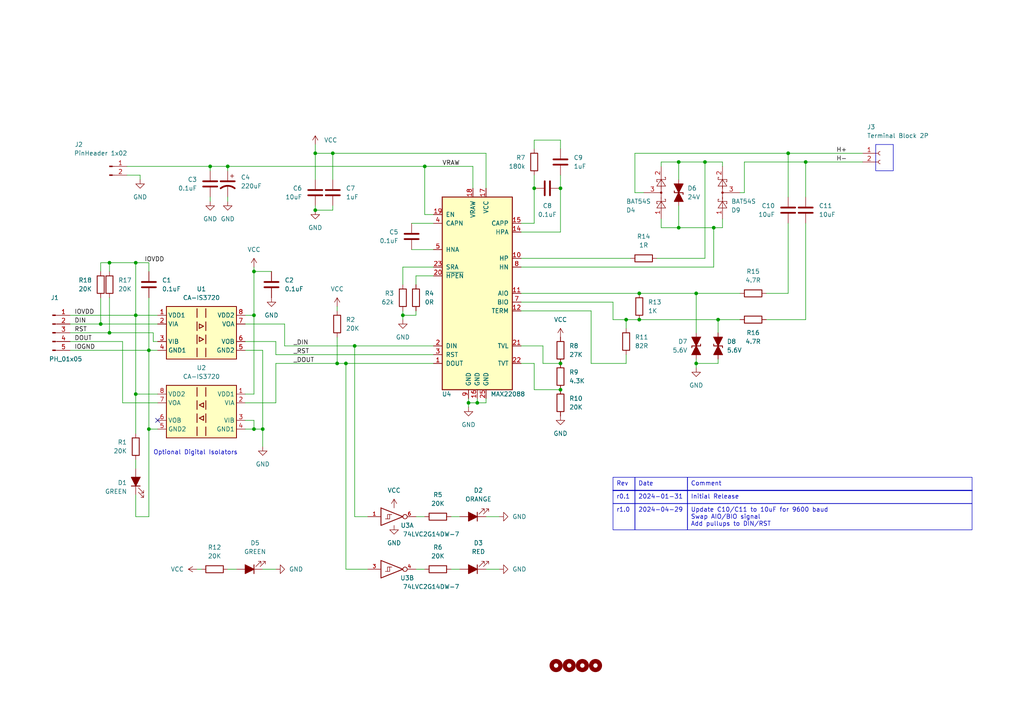
<source format=kicad_sch>
(kicad_sch (version 20231120) (generator "eeschema") (generator_version "8.0")
  (paper "A4")
  (title_block (title "HomeBus Breakout Board") (date "2024-04-29") (rev "r1.0") (company "Greg Davill <greg.davill@gmail.com>") (comment 1 "Based on MAX22088"))
  (lib_symbols
    (symbol "74xGxx:74LVC2G14" (pin_names (offset 1.016))
      (property "Reference" "U" (at -2.54 3.81 0))
      (property "Value" "74LVC2G14" (at 0 -3.81 0))
      (symbol "74LVC2G14_0_1"
        (polyline (pts (xy -1.905 -0.635) (xy -1.27 -0.635) (xy -1.27 0.635)))
        (polyline (pts (xy -3.81 2.54) (xy -3.81 -2.54) (xy 2.54 0) (xy -3.81 2.54)) (stroke (width 0.254)))
        (polyline (pts (xy -2.54 -0.635) (xy -1.905 -0.635) (xy -1.905 0.635) (xy -0.635 0.635)))
        (pin power_in line (at 0 -2.54 270) (length 0) hide (name "GND") (number "2"))
        (pin power_in line (at 0 2.54 90) (length 0) hide (name "VCC") (number "5"))
      )
      (symbol "74LVC2G14_1_1"
        (pin input line (at -7.62 0 0) (length 3.81) (name "~") (number "1"))
        (pin output inverted (at 6.35 0 180) (length 3.81) (name "~") (number "6"))
      )
      (symbol "74LVC2G14_2_1"
        (pin input line (at -7.62 0 0) (length 3.81) (name "~") (number "3"))
        (pin output inverted (at 6.35 0 180) (length 3.81) (name "~") (number "4"))
      )
    )
    (symbol "Connector:Conn_01x02_Female" (pin_names (offset 1.016) hide)
      (property "Reference" "J" (at 0 2.54 0))
      (property "Value" "Conn_01x02_Female" (at 0 -5.08 0))
      (symbol "Conn_01x02_Female_1_1"
        (arc (start 0 -2.032) (mid -0.5058 -2.54) (end 0 -3.048) (stroke (width 0.1524)))
        (polyline (pts (xy -1.27 -2.54) (xy -0.508 -2.54)) (stroke (width 0.1524)))
        (polyline (pts (xy -1.27 0) (xy -0.508 0)) (stroke (width 0.1524)))
        (arc (start 0 0.508) (mid -0.5058 0) (end 0 -0.508) (stroke (width 0.1524)))
        (pin passive line (at -5.08 0 0) (length 3.81) (name "Pin_1") (number "1"))
        (pin passive line (at -5.08 -2.54 0) (length 3.81) (name "Pin_2") (number "2"))
      )
    )
    (symbol "Connector:Conn_01x02_Male" (pin_names (offset 1.016) hide)
      (property "Reference" "J" (at 0 2.54 0))
      (property "Value" "Conn_01x02_Male" (at 0 -5.08 0))
      (symbol "Conn_01x02_Male_1_1"
        (polyline (pts (xy 1.27 -2.54) (xy 0.8636 -2.54)) (stroke (width 0.1524)))
        (polyline (pts (xy 1.27 0) (xy 0.8636 0)) (stroke (width 0.1524)))
        (rectangle (start 0.8636 -2.413) (end 0 -2.667) (stroke (width 0.1524)) (fill (type outline)))
        (rectangle (start 0.8636 0.127) (end 0 -0.127) (stroke (width 0.1524)) (fill (type outline)))
        (pin passive line (at 5.08 0 180) (length 3.81) (name "Pin_1") (number "1"))
        (pin passive line (at 5.08 -2.54 180) (length 3.81) (name "Pin_2") (number "2"))
      )
    )
    (symbol "Connector:Conn_01x05_Male" (pin_names (offset 1.016) hide)
      (property "Reference" "J" (at 0 7.62 0))
      (property "Value" "Conn_01x05_Male" (at 0 -7.62 0))
      (symbol "Conn_01x05_Male_1_1"
        (polyline (pts (xy 1.27 -5.08) (xy 0.8636 -5.08)) (stroke (width 0.1524)))
        (polyline (pts (xy 1.27 -2.54) (xy 0.8636 -2.54)) (stroke (width 0.1524)))
        (polyline (pts (xy 1.27 0) (xy 0.8636 0)) (stroke (width 0.1524)))
        (polyline (pts (xy 1.27 2.54) (xy 0.8636 2.54)) (stroke (width 0.1524)))
        (polyline (pts (xy 1.27 5.08) (xy 0.8636 5.08)) (stroke (width 0.1524)))
        (rectangle (start 0.8636 -4.953) (end 0 -5.207) (stroke (width 0.1524)) (fill (type outline)))
        (rectangle (start 0.8636 -2.413) (end 0 -2.667) (stroke (width 0.1524)) (fill (type outline)))
        (rectangle (start 0.8636 0.127) (end 0 -0.127) (stroke (width 0.1524)) (fill (type outline)))
        (rectangle (start 0.8636 2.667) (end 0 2.413) (stroke (width 0.1524)) (fill (type outline)))
        (rectangle (start 0.8636 5.207) (end 0 4.953) (stroke (width 0.1524)) (fill (type outline)))
        (pin passive line (at 5.08 5.08 180) (length 3.81) (name "Pin_1") (number "1"))
        (pin passive line (at 5.08 2.54 180) (length 3.81) (name "Pin_2") (number "2"))
        (pin passive line (at 5.08 0 180) (length 3.81) (name "Pin_3") (number "3"))
        (pin passive line (at 5.08 -2.54 180) (length 3.81) (name "Pin_4") (number "4"))
        (pin passive line (at 5.08 -5.08 180) (length 3.81) (name "Pin_5") (number "5"))
      )
    )
    (symbol "Device:C" (pin_numbers hide) (pin_names (offset 0.254))
      (property "Reference" "C" (at 0.635 2.54 0))
      (property "Value" "C" (at 0.635 -2.54 0))
      (symbol "C_0_1"
        (polyline (pts (xy -2.032 -0.762) (xy 2.032 -0.762)) (stroke (width 0.508)))
        (polyline (pts (xy -2.032 0.762) (xy 2.032 0.762)) (stroke (width 0.508)))
      )
      (symbol "C_1_1"
        (pin passive line (at 0 3.81 270) (length 2.794) (name "~") (number "1"))
        (pin passive line (at 0 -3.81 90) (length 2.794) (name "~") (number "2"))
      )
    )
    (symbol "Device:C_Polarized_US" (pin_numbers hide) (pin_names (offset 0.254) hide)
      (property "Reference" "C" (at 0.635 2.54 0))
      (property "Value" "C_Polarized_US" (at 0.635 -2.54 0))
      (symbol "C_Polarized_US_0_1"
        (polyline (pts (xy -2.032 0.762) (xy 2.032 0.762)) (stroke (width 0.508)))
        (polyline (pts (xy -1.778 2.286) (xy -0.762 2.286)))
        (polyline (pts (xy -1.27 1.778) (xy -1.27 2.794)))
        (arc (start 2.032 -1.27) (mid 0 -0.5572) (end -2.032 -1.27) (stroke (width 0.508)))
      )
      (symbol "C_Polarized_US_1_1"
        (pin passive line (at 0 3.81 270) (length 2.794) (name "~") (number "1"))
        (pin passive line (at 0 -3.81 90) (length 3.302) (name "~") (number "2"))
      )
    )
    (symbol "Device:D_TVS_Filled" (pin_numbers hide) (pin_names (offset 1.016) hide)
      (property "Reference" "D" (at 0 2.54 0))
      (property "Value" "D_TVS_Filled" (at 0 -2.54 0))
      (symbol "D_TVS_Filled_0_1"
        (polyline (pts (xy 1.27 0) (xy -1.27 0)))
        (polyline (pts (xy -2.54 -1.27) (xy 0 0) (xy -2.54 1.27) (xy -2.54 -1.27)) (stroke (width 0.254)) (fill (type outline)))
        (polyline (pts (xy 0.508 1.27) (xy 0 1.27) (xy 0 -1.27) (xy -0.508 -1.27)) (stroke (width 0.254)))
        (polyline (pts (xy 2.54 1.27) (xy 2.54 -1.27) (xy 0 0) (xy 2.54 1.27)) (stroke (width 0.254)) (fill (type outline)))
      )
      (symbol "D_TVS_Filled_1_1"
        (pin passive line (at -3.81 0 0) (length 2.54) (name "A1") (number "1"))
        (pin passive line (at 3.81 0 180) (length 2.54) (name "A2") (number "2"))
      )
    )
    (symbol "Device:LED_Filled" (pin_numbers hide) (pin_names (offset 1.016) hide)
      (property "Reference" "D" (at 0 2.54 0))
      (property "Value" "LED_Filled" (at 0 -2.54 0))
      (symbol "LED_Filled_0_1"
        (polyline (pts (xy -1.27 -1.27) (xy -1.27 1.27)) (stroke (width 0.254)))
        (polyline (pts (xy -1.27 0) (xy 1.27 0)))
        (polyline (pts (xy 1.27 -1.27) (xy 1.27 1.27) (xy -1.27 0) (xy 1.27 -1.27)) (stroke (width 0.254)) (fill (type outline)))
        (polyline (pts (xy -3.048 -0.762) (xy -4.572 -2.286) (xy -3.81 -2.286) (xy -4.572 -2.286) (xy -4.572 -1.524)))
        (polyline (pts (xy -1.778 -0.762) (xy -3.302 -2.286) (xy -2.54 -2.286) (xy -3.302 -2.286) (xy -3.302 -1.524)))
      )
      (symbol "LED_Filled_1_1"
        (pin passive line (at -3.81 0 0) (length 2.54) (name "K") (number "1"))
        (pin passive line (at 3.81 0 180) (length 2.54) (name "A") (number "2"))
      )
    )
    (symbol "Device:R" (pin_numbers hide) (pin_names (offset 0))
      (property "Reference" "R" (at 2.032 0 90))
      (property "Value" "R" (at 0 0 90))
      (symbol "R_0_1"
        (rectangle (start -1.016 -2.54) (end 1.016 2.54) (stroke (width 0.254)))
      )
      (symbol "R_1_1"
        (pin passive line (at 0 3.81 270) (length 1.27) (name "~") (number "1"))
        (pin passive line (at 0 -3.81 90) (length 1.27) (name "~") (number "2"))
      )
    )
    (symbol "Diode:BAT54S" (pin_names (offset 1.016))
      (property "Reference" "D" (at 0.635 -3.81 0))
      (property "Value" "BAT54S" (at -6.35 3.175 0))
      (symbol "BAT54S_0_1"
        (polyline (pts (xy -3.81 0) (xy -1.27 0)))
        (polyline (pts (xy -3.175 -1.27) (xy -3.175 -1.016)))
        (polyline (pts (xy -2.54 -1.27) (xy -3.175 -1.27)))
        (polyline (pts (xy -2.54 -1.27) (xy -2.54 1.27)))
        (polyline (pts (xy -2.54 1.27) (xy -1.905 1.27)))
        (polyline (pts (xy -1.905 0) (xy 1.905 0)))
        (polyline (pts (xy -1.905 1.27) (xy -1.905 1.016)))
        (polyline (pts (xy 1.27 0) (xy 3.81 0)))
        (polyline (pts (xy 3.175 -1.27) (xy 3.175 -1.016)))
        (polyline (pts (xy 3.81 -1.27) (xy 3.175 -1.27)))
        (polyline (pts (xy 3.81 -1.27) (xy 3.81 1.27)))
        (polyline (pts (xy 3.81 1.27) (xy 4.445 1.27)))
        (polyline (pts (xy 4.445 1.27) (xy 4.445 1.016)))
        (polyline (pts (xy -4.445 1.27) (xy -4.445 -1.27) (xy -2.54 0) (xy -4.445 1.27)))
        (polyline (pts (xy 1.905 1.27) (xy 1.905 -1.27) (xy 3.81 0) (xy 1.905 1.27)))
        (circle (center 0 0) (radius 0.254) (fill (type outline)))
      )
      (symbol "BAT54S_1_1"
        (pin passive line (at -7.62 0 0) (length 3.81) (name "~") (number "1"))
        (pin passive line (at 7.62 0 180) (length 3.81) (name "~") (number "2"))
        (pin passive line (at 0 -5.08 90) (length 5.08) (name "~") (number "3"))
      )
    )
    (symbol "Isolator:ADuM1200WU"
      (property "Reference" "U3" (at 0 12.7 0))
      (property "Value" "CA-IS3720" (at 0 10.16 0))
      (symbol "ADuM1200WU_0_1"
        (rectangle (start -10.16 7.62) (end 10.16 -7.62) (stroke (width 0.254)) (fill (type background)))
        (polyline (pts (xy -1.27 -4.445) (xy -1.27 -6.985)) (stroke (width 0.254)))
        (polyline (pts (xy -1.27 -0.635) (xy -1.27 -3.175)) (stroke (width 0.254)))
        (polyline (pts (xy -1.27 3.175) (xy -1.27 0.635)) (stroke (width 0.254)))
        (polyline (pts (xy -1.27 6.985) (xy -1.27 4.445)) (stroke (width 0.254)))
        (polyline (pts (xy 1.27 -4.445) (xy 1.27 -6.985)) (stroke (width 0.254)))
        (polyline (pts (xy 1.27 -0.635) (xy 1.27 -3.175)) (stroke (width 0.254)))
        (polyline (pts (xy 1.27 3.175) (xy 1.27 0.635)) (stroke (width 0.254)))
        (polyline (pts (xy 1.27 6.985) (xy 1.27 4.445)) (stroke (width 0.254)))
        (polyline (pts (xy -0.635 -1.27) (xy -0.635 -2.54) (xy 0.635 -1.905) (xy -0.635 -1.27)) (stroke (width 0.254)))
        (polyline (pts (xy -0.635 1.27) (xy 0.635 1.905) (xy -0.635 2.54) (xy -0.635 1.27)) (stroke (width 0.254)))
      )
      (symbol "ADuM1200WU_1_1"
        (pin power_in line (at -12.7 5.08 0) (length 2.54) (name "VDD1") (number "1"))
        (pin input line (at -12.7 2.54 0) (length 2.54) (name "VIA") (number "2"))
        (pin input line (at -12.7 -2.54 0) (length 2.54) (name "VIB") (number "3"))
        (pin power_in line (at -12.7 -5.08 0) (length 2.54) (name "GND1") (number "4"))
        (pin power_in line (at 12.7 -5.08 180) (length 2.54) (name "GND2") (number "5"))
        (pin output line (at 12.7 -2.54 180) (length 2.54) (name "VOB") (number "6"))
        (pin output line (at 12.7 2.54 180) (length 2.54) (name "VOA") (number "7"))
        (pin power_in line (at 12.7 5.08 180) (length 2.54) (name "VDD2") (number "8"))
      )
    )
    (symbol "Mechanical:MountingHole" (pin_names (offset 1.016))
      (property "Reference" "H" (at 0 5.08 0))
      (property "Value" "MountingHole" (at 0 3.175 0))
      (symbol "MountingHole_0_1"
        (circle (center 0 0) (radius 1.27) (stroke (width 1.27)))
      )
    )
    (symbol "daikin-esp:MAX22088" (pin_names (offset 1.016))
      (property "Reference" "U4" (at -8.89 -30.48 0))
      (property "Value" "MAX22088" (at 8.89 -30.48 0))
      (symbol "MAX22088_1_1"
        (rectangle (start -10.16 26.67) (end 10.16 -29.21) (stroke (width 0.3)) (fill (type background)))
        (pin output line (at -12.7 -21.59 0) (length 2.54) (name "DOUT") (number "1"))
        (pin power_in line (at 12.7 8.89 180) (length 2.54) (name "HP") (number "10"))
        (pin bidirectional line (at 12.7 -1.27 180) (length 2.54) (name "AIO") (number "11"))
        (pin passive line (at 12.7 -6.35 180) (length 2.54) (name "TERM") (number "12"))
        (pin no_connect line (at -10.16 -8.89 180) (length 0) hide (name "~") (number "13"))
        (pin passive line (at 12.7 16.51 180) (length 2.54) (name "HPA") (number "14"))
        (pin passive line (at 12.7 19.05 180) (length 2.54) (name "CAPP") (number "15"))
        (pin power_out line (at 0 -31.75 90) (length 2.54) (name "GND") (number "16"))
        (pin power_out line (at 2.54 29.21 270) (length 2.54) (name "VCC") (number "17"))
        (pin power_out line (at -1.27 29.21 270) (length 2.54) (name "VRAW") (number "18"))
        (pin input line (at -12.7 21.59 0) (length 2.54) (name "EN") (number "19"))
        (pin input line (at -12.7 -16.51 0) (length 2.54) (name "DIN") (number "2"))
        (pin input line (at -12.7 3.81 0) (length 2.54) (name "~{HPEN}") (number "20"))
        (pin input line (at 12.7 -16.51 180) (length 2.54) (name "TVL") (number "21"))
        (pin input line (at 12.7 -21.59 180) (length 2.54) (name "TVT") (number "22"))
        (pin input line (at -12.7 6.35 0) (length 2.54) (name "SRA") (number "23"))
        (pin no_connect line (at -10.16 -6.35 180) (length 0) hide (name "") (number "24"))
        (pin power_out line (at 2.54 -31.75 90) (length 2.54) (name "GND") (number "25"))
        (pin input line (at -12.7 -19.05 0) (length 2.54) (name "RST") (number "3"))
        (pin passive line (at -12.7 19.05 0) (length 2.54) (name "CAPN") (number "4"))
        (pin passive line (at -12.7 11.43 0) (length 2.54) (name "HNA") (number "5"))
        (pin no_connect line (at -10.16 -11.43 180) (length 0) hide (name "~") (number "6"))
        (pin bidirectional line (at 12.7 -3.81 180) (length 2.54) (name "BIO") (number "7"))
        (pin power_in line (at 12.7 6.35 180) (length 2.54) (name "HN") (number "8"))
        (pin power_out line (at -2.54 -31.75 90) (length 2.54) (name "GND") (number "9"))
      )
    )
    (symbol "power:GND" (power) (pin_names (offset 0))
      (property "Value" "GND" (at 0 -3.81 0))
      (symbol "GND_0_1"
        (polyline (pts (xy 0 0) (xy 0 -1.27) (xy 1.27 -1.27) (xy 0 -2.54) (xy -1.27 -1.27) (xy 0 -1.27)))
      )
      (symbol "GND_1_1"
        (pin power_in line (at 0 0 270) (length 0) hide (name "GND") (number "1"))
      )
    )
    (symbol "power:VCC" (power) (pin_names (offset 0))
      (property "Value" "VCC" (at 0 3.81 0))
      (symbol "VCC_0_1"
        (polyline (pts (xy -0.762 1.27) (xy 0 2.54)))
        (polyline (pts (xy 0 0) (xy 0 2.54)))
        (polyline (pts (xy 0 2.54) (xy 0.762 1.27)))
      )
      (symbol "VCC_1_1"
        (pin power_in line (at 0 0 90) (length 0) hide (name "VCC") (number "1"))
      )
    )
  )
  (junction (at 76.2 124.46))
  (junction (at 73.66 91.44))
  (junction (at 135.89 116.84))
  (junction (at 185.42 92.71))
  (junction (at 201.93 105.41))
  (junction (at 91.44 44.45))
  (junction (at 123.19 48.26))
  (junction (at 201.93 85.09))
  (junction (at 196.85 46.99))
  (junction (at 138.43 116.84))
  (junction (at 233.68 46.99))
  (junction (at 39.37 76.2))
  (junction (at 29.21 93.98))
  (junction (at 91.44 60.96))
  (junction (at 204.47 46.99))
  (junction (at 73.66 124.46))
  (junction (at 31.75 96.52))
  (junction (at 97.79 105.41))
  (junction (at 102.87 100.33))
  (junction (at 208.28 92.71))
  (junction (at 60.96 48.26))
  (junction (at 116.84 91.44))
  (junction (at 39.37 91.44))
  (junction (at 96.52 44.45))
  (junction (at 31.75 76.2))
  (junction (at 162.56 54.61))
  (junction (at 162.56 113.03))
  (junction (at 73.66 78.74))
  (junction (at 43.18 124.46))
  (junction (at 39.37 114.3))
  (junction (at 181.61 92.71))
  (junction (at 207.01 66.04))
  (junction (at 100.33 105.41))
  (junction (at 66.04 48.26))
  (junction (at 185.42 85.09))
  (junction (at 196.85 66.04))
  (junction (at 162.56 105.41))
  (junction (at 154.94 54.61))
  (junction (at 228.6 44.45))
  (junction (at 43.18 101.6))
  (no_connect (at 45.72 121.92))
  (wire (pts (xy 233.68 64.77) (xy 233.68 92.71)))
  (polyline (pts (xy 254 41.91) (xy 259.08 41.91)))
  (wire (pts (xy 97.79 97.79) (xy 97.79 105.41)))
  (wire (pts (xy 106.68 149.86) (xy 102.87 149.86)))
  (wire (pts (xy 201.93 105.41) (xy 201.93 106.68)))
  (wire (pts (xy 40.64 50.8) (xy 40.64 52.07)))
  (wire (pts (xy 82.55 100.33) (xy 82.55 93.98)))
  (wire (pts (xy 73.66 124.46) (xy 76.2 124.46)))
  (wire (pts (xy 228.6 85.09) (xy 228.6 64.77)))
  (wire (pts (xy 196.85 66.04) (xy 207.01 66.04)))
  (wire (pts (xy 31.75 76.2) (xy 39.37 76.2)))
  (wire (pts (xy 120.65 165.1) (xy 123.19 165.1)))
  (wire (pts (xy 151.13 100.33) (xy 157.48 100.33)))
  (wire (pts (xy 20.32 96.52) (xy 31.75 96.52)))
  (wire (pts (xy 116.84 77.47) (xy 116.84 82.55)))
  (wire (pts (xy 91.44 41.91) (xy 91.44 44.45)))
  (wire (pts (xy 39.37 133.35) (xy 39.37 135.89)))
  (wire (pts (xy 191.77 63.5) (xy 191.77 66.04)))
  (wire (pts (xy 39.37 91.44) (xy 45.72 91.44)))
  (wire (pts (xy 154.94 105.41) (xy 154.94 113.03)))
  (wire (pts (xy 43.18 149.86) (xy 39.37 149.86)))
  (wire (pts (xy 44.45 99.06) (xy 45.72 99.06)))
  (wire (pts (xy 215.9 55.88) (xy 215.9 46.99)))
  (wire (pts (xy 36.83 50.8) (xy 40.64 50.8)))
  (wire (pts (xy 76.2 124.46) (xy 76.2 129.54)))
  (wire (pts (xy 43.18 76.2) (xy 43.18 78.74)))
  (wire (pts (xy 162.56 43.18) (xy 162.56 40.64)))
  (wire (pts (xy 196.85 59.69) (xy 196.85 66.04)))
  (wire (pts (xy 116.84 91.44) (xy 120.65 91.44)))
  (wire (pts (xy 96.52 60.96) (xy 91.44 60.96)))
  (wire (pts (xy 204.47 46.99) (xy 209.55 46.99)))
  (wire (pts (xy 186.69 55.88) (xy 184.15 55.88)))
  (wire (pts (xy 100.33 105.41) (xy 100.33 165.1)))
  (wire (pts (xy 130.81 149.86) (xy 133.35 149.86)))
  (wire (pts (xy 80.01 105.41) (xy 97.79 105.41)))
  (wire (pts (xy 45.72 116.84) (xy 35.56 116.84)))
  (wire (pts (xy 151.13 67.31) (xy 162.56 67.31)))
  (wire (pts (xy 43.18 124.46) (xy 43.18 149.86)))
  (wire (pts (xy 151.13 77.47) (xy 207.01 77.47)))
  (wire (pts (xy 96.52 44.45) (xy 140.97 44.45)))
  (wire (pts (xy 196.85 46.99) (xy 196.85 52.07)))
  (wire (pts (xy 201.93 85.09) (xy 201.93 96.52)))
  (wire (pts (xy 91.44 59.69) (xy 91.44 60.96)))
  (wire (pts (xy 39.37 91.44) (xy 39.37 76.2)))
  (wire (pts (xy 154.94 64.77) (xy 151.13 64.77)))
  (wire (pts (xy 181.61 92.71) (xy 185.42 92.71)))
  (wire (pts (xy 73.66 114.3) (xy 73.66 91.44)))
  (wire (pts (xy 76.2 101.6) (xy 76.2 124.46)))
  (wire (pts (xy 43.18 124.46) (xy 45.72 124.46)))
  (wire (pts (xy 20.32 101.6) (xy 43.18 101.6)))
  (wire (pts (xy 73.66 91.44) (xy 73.66 78.74)))
  (wire (pts (xy 191.77 46.99) (xy 196.85 46.99)))
  (wire (pts (xy 162.56 54.61) (xy 162.56 67.31)))
  (polyline (pts (xy 259.08 49.53) (xy 259.08 41.91)))
  (wire (pts (xy 204.47 74.93) (xy 190.5 74.93)))
  (wire (pts (xy 120.65 80.01) (xy 120.65 82.55)))
  (wire (pts (xy 184.15 44.45) (xy 228.6 44.45)))
  (wire (pts (xy 60.96 57.15) (xy 60.96 58.42)))
  (wire (pts (xy 140.97 115.57) (xy 140.97 116.84)))
  (wire (pts (xy 137.16 54.61) (xy 137.16 48.26)))
  (wire (pts (xy 66.04 165.1) (xy 68.58 165.1)))
  (wire (pts (xy 140.97 44.45) (xy 140.97 54.61)))
  (wire (pts (xy 39.37 125.73) (xy 39.37 114.3)))
  (wire (pts (xy 73.66 78.74) (xy 73.66 77.47)))
  (wire (pts (xy 154.94 113.03) (xy 162.56 113.03)))
  (wire (pts (xy 100.33 105.41) (xy 125.73 105.41)))
  (wire (pts (xy 215.9 46.99) (xy 233.68 46.99)))
  (wire (pts (xy 43.18 101.6) (xy 43.18 124.46)))
  (wire (pts (xy 71.12 114.3) (xy 73.66 114.3)))
  (wire (pts (xy 80.01 102.87) (xy 125.73 102.87)))
  (wire (pts (xy 151.13 105.41) (xy 154.94 105.41)))
  (wire (pts (xy 208.28 92.71) (xy 208.28 96.52)))
  (wire (pts (xy 130.81 165.1) (xy 133.35 165.1)))
  (wire (pts (xy 228.6 44.45) (xy 250.19 44.45)))
  (wire (pts (xy 151.13 74.93) (xy 182.88 74.93)))
  (wire (pts (xy 140.97 149.86) (xy 144.78 149.86)))
  (wire (pts (xy 119.38 72.39) (xy 125.73 72.39)))
  (wire (pts (xy 204.47 46.99) (xy 204.47 74.93)))
  (wire (pts (xy 71.12 121.92) (xy 73.66 121.92)))
  (wire (pts (xy 138.43 115.57) (xy 138.43 116.84)))
  (wire (pts (xy 29.21 78.74) (xy 29.21 76.2)))
  (wire (pts (xy 233.68 46.99) (xy 233.68 57.15)))
  (wire (pts (xy 162.56 40.64) (xy 154.94 40.64)))
  (wire (pts (xy 138.43 116.84) (xy 135.89 116.84)))
  (wire (pts (xy 71.12 124.46) (xy 73.66 124.46)))
  (wire (pts (xy 71.12 101.6) (xy 76.2 101.6)))
  (wire (pts (xy 44.45 96.52) (xy 44.45 99.06)))
  (wire (pts (xy 120.65 91.44) (xy 120.65 90.17)))
  (wire (pts (xy 208.28 104.14) (xy 208.28 105.41)))
  (wire (pts (xy 20.32 93.98) (xy 29.21 93.98)))
  (wire (pts (xy 43.18 86.36) (xy 43.18 101.6)))
  (wire (pts (xy 80.01 116.84) (xy 71.12 116.84)))
  (wire (pts (xy 119.38 64.77) (xy 125.73 64.77)))
  (wire (pts (xy 106.68 165.1) (xy 100.33 165.1)))
  (wire (pts (xy 60.96 48.26) (xy 66.04 48.26)))
  (wire (pts (xy 31.75 76.2) (xy 31.75 78.74)))
  (wire (pts (xy 31.75 86.36) (xy 31.75 96.52)))
  (wire (pts (xy 71.12 91.44) (xy 73.66 91.44)))
  (wire (pts (xy 191.77 48.26) (xy 191.77 46.99)))
  (wire (pts (xy 29.21 76.2) (xy 31.75 76.2)))
  (wire (pts (xy 76.2 165.1) (xy 80.01 165.1)))
  (wire (pts (xy 39.37 91.44) (xy 39.37 114.3)))
  (wire (pts (xy 177.8 92.71) (xy 181.61 92.71)))
  (wire (pts (xy 185.42 92.71) (xy 208.28 92.71)))
  (wire (pts (xy 96.52 59.69) (xy 96.52 60.96)))
  (wire (pts (xy 66.04 49.53) (xy 66.04 48.26)))
  (wire (pts (xy 181.61 92.71) (xy 181.61 95.25)))
  (wire (pts (xy 228.6 44.45) (xy 228.6 57.15)))
  (wire (pts (xy 207.01 77.47) (xy 207.01 66.04)))
  (wire (pts (xy 135.89 115.57) (xy 135.89 116.84)))
  (wire (pts (xy 116.84 91.44) (xy 116.84 90.17)))
  (wire (pts (xy 185.42 85.09) (xy 201.93 85.09)))
  (wire (pts (xy 208.28 105.41) (xy 201.93 105.41)))
  (wire (pts (xy 207.01 66.04) (xy 209.55 66.04)))
  (wire (pts (xy 66.04 48.26) (xy 123.19 48.26)))
  (wire (pts (xy 20.32 91.44) (xy 39.37 91.44)))
  (wire (pts (xy 125.73 80.01) (xy 120.65 80.01)))
  (wire (pts (xy 123.19 62.23) (xy 123.19 48.26)))
  (wire (pts (xy 151.13 87.63) (xy 177.8 87.63)))
  (wire (pts (xy 154.94 40.64) (xy 154.94 43.18)))
  (wire (pts (xy 97.79 88.9) (xy 97.79 90.17)))
  (wire (pts (xy 97.79 105.41) (xy 100.33 105.41)))
  (wire (pts (xy 154.94 54.61) (xy 154.94 64.77)))
  (wire (pts (xy 116.84 92.71) (xy 116.84 91.44)))
  (wire (pts (xy 60.96 49.53) (xy 60.96 48.26)))
  (wire (pts (xy 140.97 116.84) (xy 138.43 116.84)))
  (wire (pts (xy 233.68 46.99) (xy 250.19 46.99)))
  (wire (pts (xy 73.66 78.74) (xy 78.74 78.74)))
  (wire (pts (xy 82.55 93.98) (xy 71.12 93.98)))
  (wire (pts (xy 177.8 87.63) (xy 177.8 92.71)))
  (wire (pts (xy 91.44 52.07) (xy 91.44 44.45)))
  (wire (pts (xy 157.48 105.41) (xy 162.56 105.41)))
  (wire (pts (xy 39.37 143.51) (xy 39.37 149.86)))
  (wire (pts (xy 154.94 54.61) (xy 154.94 50.8)))
  (wire (pts (xy 82.55 100.33) (xy 102.87 100.33)))
  (wire (pts (xy 39.37 76.2) (xy 43.18 76.2)))
  (wire (pts (xy 196.85 46.99) (xy 204.47 46.99)))
  (polyline (pts (xy 254 41.91) (xy 254 49.53)))
  (wire (pts (xy 36.83 48.26) (xy 60.96 48.26)))
  (wire (pts (xy 171.45 90.17) (xy 171.45 105.41)))
  (wire (pts (xy 102.87 100.33) (xy 125.73 100.33)))
  (wire (pts (xy 201.93 104.14) (xy 201.93 105.41)))
  (wire (pts (xy 80.01 102.87) (xy 80.01 99.06)))
  (wire (pts (xy 214.63 55.88) (xy 215.9 55.88)))
  (wire (pts (xy 125.73 62.23) (xy 123.19 62.23)))
  (wire (pts (xy 35.56 99.06) (xy 20.32 99.06)))
  (wire (pts (xy 208.28 92.71) (xy 214.63 92.71)))
  (wire (pts (xy 29.21 93.98) (xy 45.72 93.98)))
  (wire (pts (xy 96.52 52.07) (xy 96.52 44.45)))
  (wire (pts (xy 209.55 66.04) (xy 209.55 63.5)))
  (wire (pts (xy 29.21 86.36) (xy 29.21 93.98)))
  (wire (pts (xy 31.75 96.52) (xy 44.45 96.52)))
  (wire (pts (xy 140.97 165.1) (xy 144.78 165.1)))
  (wire (pts (xy 162.56 54.61) (xy 162.56 50.8)))
  (wire (pts (xy 102.87 100.33) (xy 102.87 149.86)))
  (polyline (pts (xy 177.8 142.24) (xy 281.94 142.24)) (stroke (width 0.3)))
  (wire (pts (xy 171.45 90.17) (xy 151.13 90.17)))
  (wire (pts (xy 171.45 105.41) (xy 181.61 105.41)))
  (wire (pts (xy 201.93 85.09) (xy 214.63 85.09)))
  (wire (pts (xy 222.25 92.71) (xy 233.68 92.71)))
  (wire (pts (xy 73.66 121.92) (xy 73.66 124.46)))
  (wire (pts (xy 151.13 85.09) (xy 185.42 85.09)))
  (wire (pts (xy 45.72 114.3) (xy 39.37 114.3)))
  (wire (pts (xy 209.55 46.99) (xy 209.55 48.26)))
  (polyline (pts (xy 254 49.53) (xy 259.08 49.53)))
  (wire (pts (xy 191.77 66.04) (xy 196.85 66.04)))
  (wire (pts (xy 66.04 57.15) (xy 66.04 58.42)))
  (wire (pts (xy 80.01 105.41) (xy 80.01 116.84)))
  (wire (pts (xy 157.48 100.33) (xy 157.48 105.41)))
  (wire (pts (xy 135.89 116.84) (xy 135.89 118.11)))
  (wire (pts (xy 222.25 85.09) (xy 228.6 85.09)))
  (wire (pts (xy 125.73 77.47) (xy 116.84 77.47)))
  (wire (pts (xy 96.52 44.45) (xy 91.44 44.45)))
  (wire (pts (xy 35.56 116.84) (xy 35.56 99.06)))
  (wire (pts (xy 123.19 48.26) (xy 137.16 48.26)))
  (wire (pts (xy 57.15 165.1) (xy 58.42 165.1)))
  (wire (pts (xy 184.15 55.88) (xy 184.15 44.45)))
  (wire (pts (xy 120.65 149.86) (xy 123.19 149.86)))
  (wire (pts (xy 80.01 99.06) (xy 71.12 99.06)))
  (wire (pts (xy 45.72 101.6) (xy 43.18 101.6)))
  (wire (pts (xy 181.61 105.41) (xy 181.61 102.87)))
  (text_box "r0.1" (at 177.8 142.24 0) (size 6.35 3.81) (effects (font (size 1.27 1.27)) (justify left top)))
  (text_box "2024-04-29" (at 184.15 146.05 0) (size 15.24 7.62) (effects (font (size 1.27 1.27)) (justify left top)))
  (text_box "Initial Release" (at 199.39 142.24 0) (size 82.55 3.81) (effects (font (size 1.27 1.27)) (justify left top)))
  (text_box "Update C10/C11 to 10uF for 9600 baud\nSwap AIO/BIO signal\nAdd pullups to DIN/RST" (at 199.39 146.05 0) (size 82.55 7.62) (effects (font (size 1.27 1.27)) (justify left top)))
  (text_box "Comment" (at 199.39 138.43 0) (size 82.55 3.81) (effects (font (size 1.27 1.27)) (justify left top)))
  (text_box "Rev" (at 177.8 138.43 0) (size 6.35 3.81) (effects (font (size 1.27 1.27)) (justify left top)))
  (text_box "2024-01-31" (at 184.15 142.24 0) (size 15.24 3.81) (effects (font (size 1.27 1.27)) (justify left top)))
  (text_box "Date" (at 184.15 138.43 0) (size 15.24 3.81) (effects (font (size 1.27 1.27)) (justify left top)))
  (text_box "r1.0" (at 177.8 146.05 0) (size 6.35 7.62) (effects (font (size 1.27 1.27)) (justify left top)))
  (text "Optional Digital Isolators" (at 44.45 132.08 0) (effects (font (size 1.27 1.27)) (justify left bottom)))
  (label "IOVDD" (at 41.91 76.2 0))
  (label "_DIN" (at 85.09 100.33 0))
  (label "DOUT" (at 21.59 99.06 0))
  (label "IOVDD" (at 21.59 91.44 0))
  (label "DIN" (at 21.59 93.98 0))
  (label "RST" (at 21.59 96.52 0))
  (label "IOGND" (at 21.59 101.6 0))
  (label "H+" (at 242.57 44.45 0))
  (label "H-" (at 242.57 46.99 0))
  (label "VRAW" (at 128.27 48.26 0))
  (label "_RST" (at 85.09 102.87 0))
  (label "_DOUT" (at 85.09 105.41 0))
  (symbol (lib_id "Device:C") (at 158.75 54.61 270) (mirror x) (unit 1)
    (property "Reference" "C8" (at 158.75 59.69 90))
    (property "Value" "0.1uF" (at 158.75 62.23 90))
    (property "Footprint" "Capacitor_SMD:C_0402_1005Metric" (effects (hide yes)))
    (property "LCSC" "C1525" (effects (hide yes)))
  )
  (symbol (lib_id "power:GND") (at 144.78 149.86 90) (unit 1)
    (property "Reference" "#PWR015" (effects (hide yes)))
    (property "Value" "GND" (at 148.59 149.86 90) (effects (justify right)))
  )
  (symbol (lib_id "Device:R") (at 162.56 109.22 180) (unit 1)
    (property "Reference" "R9" (at 165.1 107.95 0) (effects (justify right)))
    (property "Value" "4.3K" (at 165.1 110.49 0) (effects (justify right)))
    (property "Footprint" "Resistor_SMD:R_0402_1005Metric" (effects (hide yes)))
    (property "LCSC" "C25899" (effects (hide yes)))
  )
  (symbol (lib_id "Device:C") (at 96.52 55.88 0) (unit 1)
    (property "Reference" "C7" (at 100.33 54.61 0) (effects (justify left)))
    (property "Value" "1uF" (at 100.33 57.15 0) (effects (justify left)))
    (property "Footprint" "Capacitor_SMD:C_0402_1005Metric" (effects (hide yes)))
    (property "LCSC" "C52923" (effects (hide yes)))
  )
  (symbol (lib_id "power:GND") (at 116.84 92.71 0) (unit 1)
    (property "Reference" "#PWR07" (effects (hide yes)))
    (property "Value" "GND" (at 116.84 97.79 0))
  )
  (symbol (lib_id "Device:LED_Filled") (at 72.39 165.1 180) (unit 1)
    (property "Reference" "D5" (at 73.9775 157.48 0))
    (property "Value" "GREEN" (at 73.9775 160.02 0))
    (property "Footprint" "LED_SMD:LED_0402_1005Metric" (effects (hide yes)))
    (property "LCSC" "C165980" (effects (hide yes)))
  )
  (symbol (lib_id "Device:R") (at 127 149.86 270) (unit 1)
    (property "Reference" "R5" (at 127 143.51 90))
    (property "Value" "20K" (at 127 146.05 90))
    (property "Footprint" "Resistor_SMD:R_0402_1005Metric" (effects (hide yes)))
    (property "LCSC" "C25765" (effects (hide yes)))
  )
  (symbol (lib_id "Device:C") (at 119.38 68.58 0) (mirror y) (unit 1)
    (property "Reference" "C5" (at 115.57 67.31 0) (effects (justify left)))
    (property "Value" "0.1uF" (at 115.57 69.85 0) (effects (justify left)))
    (property "Footprint" "Capacitor_SMD:C_0402_1005Metric" (effects (hide yes)))
    (property "LCSC" "C1525" (effects (hide yes)))
  )
  (symbol (lib_id "Device:R") (at 39.37 129.54 180) (unit 1)
    (property "Reference" "R1" (at 36.83 128.27 0) (effects (justify left)))
    (property "Value" "20K" (at 36.83 130.81 0) (effects (justify left)))
    (property "Footprint" "Resistor_SMD:R_0402_1005Metric" (effects (hide yes)))
    (property "LCSC" "C25765" (effects (hide yes)))
  )
  (symbol (lib_id "power:VCC") (at 91.44 41.91 0) (mirror y) (unit 1)
    (property "Reference" "#PWR012" (effects (hide yes)))
    (property "Value" "VCC" (at 93.98 40.6399 0) (effects (justify right)))
  )
  (symbol (lib_id "Device:D_TVS_Filled") (at 208.28 100.33 270) (unit 1)
    (property "Reference" "D8" (at 210.82 99.06 90) (effects (justify left)))
    (property "Value" "5.6V" (at 210.82 101.6 90) (effects (justify left)))
    (property "Footprint" "Diode_SMD:D_SOD-923" (effects (hide yes)))
    (property "LCSC" "C151980" (effects (hide yes)))
  )
  (symbol (lib_id "power:VCC") (at 73.66 77.47 0) (unit 1)
    (property "Reference" "#PWR01" (effects (hide yes)))
    (property "Value" "VCC" (at 73.66 72.39 0))
  )
  (symbol (lib_id "Device:C") (at 162.56 46.99 0) (mirror y) (unit 1)
    (property "Reference" "C9" (at 166.37 45.72 0) (effects (justify right)))
    (property "Value" "1uF" (at 166.37 48.26 0) (effects (justify right)))
    (property "Footprint" "Capacitor_SMD:C_0402_1005Metric" (effects (hide yes)))
    (property "LCSC" "C52923" (effects (hide yes)))
  )
  (symbol (lib_id "Device:R") (at 120.65 86.36 0) (unit 1)
    (property "Reference" "R4" (at 123.19 85.09 0) (effects (justify left)))
    (property "Value" "0R" (at 123.19 87.63 0) (effects (justify left)))
    (property "Footprint" "Resistor_SMD:R_0402_1005Metric" (effects (hide yes)))
    (property "LCSC" "C60485" (effects (hide yes)))
  )
  (symbol (lib_id "Mechanical:MountingHole") (at 165.1 193.04 0) (unit 1) (in_bom no)
    (property "Reference" "H2" (effects (hide yes)))
    (property "Value" "MountingHole" (effects (hide yes)))
    (property "Footprint" "MountingHole:MountingHole_3.2mm_M3_DIN965" (effects (hide yes)))
  )
  (symbol (lib_id "Device:R") (at 116.84 86.36 0) (unit 1)
    (property "Reference" "R3" (at 114.3 85.0899 0) (effects (justify right)))
    (property "Value" "62k" (at 114.3 87.6299 0) (effects (justify right)))
    (property "Footprint" "Resistor_SMD:R_0402_1005Metric" (effects (hide yes)))
    (property "LCSC" "C37825" (effects (hide yes)))
  )
  (symbol (lib_id "Device:D_TVS_Filled") (at 201.93 100.33 90) (mirror x) (unit 1)
    (property "Reference" "D7" (at 199.39 99.06 90) (effects (justify left)))
    (property "Value" "5.6V" (at 199.39 101.6 90) (effects (justify left)))
    (property "Footprint" "Diode_SMD:D_SOD-923" (effects (hide yes)))
    (property "LCSC" "C151980" (effects (hide yes)))
  )
  (symbol (lib_id "Device:R") (at 127 165.1 270) (unit 1)
    (property "Reference" "R6" (at 127 158.75 90))
    (property "Value" "20K" (at 127 161.29 90))
    (property "Footprint" "Resistor_SMD:R_0402_1005Metric" (effects (hide yes)))
    (property "LCSC" "C25765" (effects (hide yes)))
  )
  (symbol (lib_id "power:VCC") (at 97.79 88.9 0) (unit 1)
    (property "Reference" "#PWR05" (effects (hide yes)))
    (property "Value" "VCC" (at 97.79 83.82 0))
  )
  (symbol (lib_id "Device:R") (at 97.79 93.98 0) (unit 1)
    (property "Reference" "R2" (at 100.33 92.71 0) (effects (justify left)))
    (property "Value" "20K" (at 100.33 95.25 0) (effects (justify left)))
    (property "Footprint" "Resistor_SMD:R_0402_1005Metric" (effects (hide yes)))
    (property "LCSC" "C25765" (effects (hide yes)))
  )
  (symbol (lib_id "Device:C") (at 60.96 53.34 0) (mirror y) (unit 1)
    (property "Reference" "C3" (at 57.15 52.07 0) (effects (justify left)))
    (property "Value" "0.1uF" (at 57.15 54.61 0) (effects (justify left)))
    (property "Footprint" "Capacitor_SMD:C_0402_1005Metric" (effects (hide yes)))
    (property "LCSC" "C1525" (effects (hide yes)))
  )
  (symbol (lib_id "Device:LED_Filled") (at 137.16 165.1 180) (unit 1)
    (property "Reference" "D3" (at 138.7475 157.48 0))
    (property "Value" "RED" (at 138.7475 160.02 0))
    (property "Footprint" "LED_SMD:LED_0402_1005Metric" (effects (hide yes)))
    (property "LCSC" "C165980" (effects (hide yes)))
  )
  (symbol (lib_id "Mechanical:MountingHole") (at 168.91 193.04 0) (unit 1) (in_bom no)
    (property "Reference" "H3" (effects (hide yes)))
    (property "Value" "MountingHole" (effects (hide yes)))
    (property "Footprint" "MountingHole:MountingHole_3.2mm_M3_DIN965" (effects (hide yes)))
  )
  (symbol (lib_id "Device:C") (at 228.6 60.96 0) (mirror x) (unit 1)
    (property "Reference" "C10" (at 224.79 59.6899 0) (effects (justify right)))
    (property "Value" "10uF" (at 224.79 62.2299 0) (effects (justify right)))
    (property "Footprint" "Capacitor_SMD:C_0402_1005Metric" (effects (hide yes)))
    (property "LCSC" "C15525" (effects (hide yes)))
  )
  (symbol (lib_id "power:GND") (at 162.56 120.65 0) (unit 1)
    (property "Reference" "#PWR018" (effects (hide yes)))
    (property "Value" "GND" (at 162.56 125.73 0))
  )
  (symbol (lib_id "power:GND") (at 60.96 58.42 0) (unit 1)
    (property "Reference" "#PWR06" (effects (hide yes)))
    (property "Value" "GND" (at 60.96 63.5 0))
  )
  (symbol (lib_id "power:GND") (at 114.3 152.4 0) (unit 1)
    (property "Reference" "#PWR010" (effects (hide yes)))
    (property "Value" "GND" (at 114.3 157.48 0))
  )
  (symbol (lib_id "power:GND") (at 76.2 129.54 0) (unit 1)
    (property "Reference" "#PWR02" (effects (hide yes)))
    (property "Value" "GND" (at 76.2 134.62 0))
  )
  (symbol (lib_id "power:GND") (at 80.01 165.1 90) (unit 1)
    (property "Reference" "#PWR021" (effects (hide yes)))
    (property "Value" "GND" (at 83.82 165.1 90) (effects (justify right)))
  )
  (symbol (lib_id "Connector:Conn_01x02_Male") (at 31.75 48.26 0) (unit 1)
    (property "Reference" "J2" (at 22.86 41.91 0))
    (property "Value" "PinHeader 1x02" (at 29.21 44.45 0))
    (property "Footprint" "Connector_PinHeader_2.54mm:PinHeader_1x02_P2.54mm_Vertical" (effects (hide yes)))
  )
  (symbol (lib_id "power:GND") (at 78.74 86.36 0) (unit 1)
    (property "Reference" "#PWR03" (effects (hide yes)))
    (property "Value" "GND" (at 78.74 91.44 0))
  )
  (symbol (lib_id "Device:R") (at 154.94 46.99 180) (unit 1)
    (property "Reference" "R7" (at 152.4 45.72 0) (effects (justify left)))
    (property "Value" "180k" (at 152.4 48.26 0) (effects (justify left)))
    (property "Footprint" "Resistor_SMD:R_0402_1005Metric" (effects (hide yes)))
    (property "LCSC" "C25760" (effects (hide yes)))
  )
  (symbol (lib_id "power:GND") (at 66.04 58.42 0) (unit 1)
    (property "Reference" "#PWR08" (effects (hide yes)))
    (property "Value" "GND" (at 66.04 63.5 0))
  )
  (symbol (lib_id "power:GND") (at 40.64 52.07 0) (unit 1)
    (property "Reference" "#PWR04" (effects (hide yes)))
    (property "Value" "GND" (at 40.64 57.15 0))
  )
  (symbol (lib_id "Diode:BAT54S") (at 191.77 55.88 270) (mirror x) (unit 1)
    (property "Reference" "D4" (at 181.61 60.96 90) (effects (justify left)))
    (property "Value" "BAT54S" (at 181.61 58.42 90) (effects (justify left)))
    (property "Footprint" "Package_TO_SOT_SMD:SOT-23" (effects (hide yes)))
    (property "Datasheet" "https://www.diodes.com/assets/Datasheets/ds11005.pdf" (effects (hide yes)))
    (property "LCSC" "C916425" (effects (hide yes)))
  )
  (symbol (lib_id "74xGxx:74LVC2G14") (at 114.3 165.1 0) (unit 2)
    (property "Reference" "U3" (at 118.11 167.64 0))
    (property "Value" "74LVC2G14DW-7" (at 116.84 170.18 0) (effects (justify left)))
    (property "Footprint" "Package_TO_SOT_SMD:SOT-363_SC-70-6" (effects (hide yes)))
    (property "Datasheet" "https://www.ti.com/lit/ds/symlink/sn74lvc2g14.pdf" (effects (hide yes)))
    (property "LCSC" "C362110" (effects (hide yes)))
  )
  (symbol (lib_id "Isolator:ADuM1200WU") (at 58.42 119.38 0) (mirror y) (unit 1)
    (property "Reference" "U2" (at 58.42 106.68 0))
    (property "Value" "CA-IS3720" (at 58.42 109.22 0))
    (property "Footprint" "Package_SO:SOIC-8_3.9x4.9mm_P1.27mm" (effects (hide yes)))
    (property "Datasheet" "https://datasheet.lcsc.com/lcsc/2304140030_Chipanalog-CA-IS3721HS_C428884.pdf" (effects (hide yes)))
    (property "LCSC" "C428882" (effects (hide yes)))
  )
  (symbol (lib_id "daikin-esp:MAX22088") (at 138.43 83.82 0) (unit 1)
    (property "Reference" "U4" (at 129.54 114.3 0))
    (property "Value" "MAX22088" (at 147.32 114.3 0))
    (property "Footprint" "Package_DFN_QFN:QFN-24-1EP_4x4mm_P0.5mm_EP2.6x2.6mm" (effects (hide yes)))
    (property "LCSC" "C5258925" (effects (hide yes)))
  )
  (symbol (lib_id "power:VCC") (at 162.56 97.79 0) (unit 1)
    (property "Reference" "#PWR017" (effects (hide yes)))
    (property "Value" "VCC" (at 162.56 92.71 0))
  )
  (symbol (lib_id "power:GND") (at 91.44 60.96 0) (mirror y) (unit 1)
    (property "Reference" "#PWR013" (effects (hide yes)))
    (property "Value" "GND" (at 91.44 66.04 0))
  )
  (symbol (lib_id "Connector:Conn_01x02_Female") (at 255.27 44.45 0) (unit 1)
    (property "Reference" "J3" (at 251.46 36.83 0) (effects (justify left)))
    (property "Value" "Terminal Block 2P" (at 251.46 39.37 0) (effects (justify left)))
    (property "Footprint" "Connector_Phoenix_MC:PhoenixContact_MC_1,5_2-G-3.81_1x02_P3.81mm_Horizontal" (effects (hide yes)))
    (property "LCSC" "C8387" (effects (hide yes)))
  )
  (symbol (lib_id "Device:LED_Filled") (at 137.16 149.86 180) (unit 1)
    (property "Reference" "D2" (at 138.7475 142.24 0))
    (property "Value" "ORANGE" (at 138.7475 144.78 0))
    (property "Footprint" "LED_SMD:LED_0402_1005Metric" (effects (hide yes)))
    (property "LCSC" "C165980" (effects (hide yes)))
  )
  (symbol (lib_id "Device:R") (at 181.61 99.06 180) (unit 1)
    (property "Reference" "R11" (at 184.15 97.79 0) (effects (justify right)))
    (property "Value" "82R" (at 184.15 100.33 0) (effects (justify right)))
    (property "Footprint" "Resistor_SMD:R_0402_1005Metric" (effects (hide yes)))
    (property "LCSC" "C2909389" (effects (hide yes)))
  )
  (symbol (lib_id "power:VCC") (at 114.3 147.32 0) (unit 1)
    (property "Reference" "#PWR09" (effects (hide yes)))
    (property "Value" "VCC" (at 114.3 142.24 0))
  )
  (symbol (lib_id "Device:R") (at 185.42 88.9 180) (unit 1)
    (property "Reference" "R13" (at 187.96 87.63 0) (effects (justify right)))
    (property "Value" "1K" (at 187.96 90.17 0) (effects (justify right)))
    (property "Footprint" "Resistor_SMD:R_0402_1005Metric" (effects (hide yes)))
    (property "LCSC" "C11702" (effects (hide yes)))
  )
  (symbol (lib_id "Device:C") (at 91.44 55.88 0) (mirror y) (unit 1)
    (property "Reference" "C6" (at 87.63 54.61 0) (effects (justify left)))
    (property "Value" "10uF" (at 87.63 57.15 0) (effects (justify left)))
    (property "Footprint" "Capacitor_SMD:C_0402_1005Metric" (effects (hide yes)))
    (property "LCSC" "C15525" (effects (hide yes)))
  )
  (symbol (lib_id "Device:R") (at 218.44 92.71 90) (unit 1)
    (property "Reference" "R16" (at 218.44 96.52 90))
    (property "Value" "4.7R" (at 218.44 99.06 90))
    (property "Footprint" "Resistor_SMD:R_0603_1608Metric" (effects (hide yes)))
    (property "LCSC" "C137705" (effects (hide yes)))
  )
  (symbol (lib_id "power:VCC") (at 57.15 165.1 90) (unit 1)
    (property "Reference" "#PWR019" (effects (hide yes)))
    (property "Value" "VCC" (at 53.34 165.1 90) (effects (justify left)))
  )
  (symbol (lib_id "Device:C") (at 233.68 60.96 180) (unit 1)
    (property "Reference" "C11" (at 237.49 59.69 0) (effects (justify right)))
    (property "Value" "10uF" (at 237.49 62.23 0) (effects (justify right)))
    (property "Footprint" "Capacitor_SMD:C_0402_1005Metric" (effects (hide yes)))
    (property "LCSC" "C15525" (effects (hide yes)))
  )
  (symbol (lib_id "Connector:Conn_01x05_Male") (at 15.24 96.52 0) (unit 1)
    (property "Reference" "J1" (at 15.875 86.36 0))
    (property "Value" "PH_01x05" (at 19.05 104.14 0))
    (property "Footprint" "Connector_PinHeader_2.54mm:PinHeader_1x05_P2.54mm_Vertical" (effects (hide yes)))
  )
  (symbol (lib_id "Device:C") (at 43.18 82.55 0) (unit 1)
    (property "Reference" "C1" (at 46.99 81.28 0) (effects (justify left)))
    (property "Value" "0.1uF" (at 46.99 83.82 0) (effects (justify left)))
    (property "Footprint" "Capacitor_SMD:C_0402_1005Metric" (effects (hide yes)))
    (property "LCSC" "C1525" (effects (hide yes)))
  )
  (symbol (lib_id "power:GND") (at 144.78 165.1 90) (unit 1)
    (property "Reference" "#PWR016" (effects (hide yes)))
    (property "Value" "GND" (at 148.59 165.1 90) (effects (justify right)))
  )
  (symbol (lib_id "Mechanical:MountingHole") (at 161.29 193.04 0) (unit 1) (in_bom no)
    (property "Reference" "H1" (effects (hide yes)))
    (property "Value" "MountingHole" (effects (hide yes)))
    (property "Footprint" "MountingHole:MountingHole_3.2mm_M3_DIN965" (effects (hide yes)))
  )
  (symbol (lib_id "Device:R") (at 218.44 85.09 90) (unit 1)
    (property "Reference" "R15" (at 218.44 78.74 90))
    (property "Value" "4.7R" (at 218.44 81.28 90))
    (property "Footprint" "Resistor_SMD:R_0603_1608Metric" (effects (hide yes)))
    (property "LCSC" "C137705" (effects (hide yes)))
  )
  (symbol (lib_id "Device:C") (at 78.74 82.55 0) (unit 1)
    (property "Reference" "C2" (at 82.55 81.28 0) (effects (justify left)))
    (property "Value" "0.1uF" (at 82.55 83.82 0) (effects (justify left)))
    (property "Footprint" "Capacitor_SMD:C_0402_1005Metric" (effects (hide yes)))
    (property "LCSC" "C1525" (effects (hide yes)))
  )
  (symbol (lib_id "Device:R") (at 31.75 82.55 0) (unit 1)
    (property "Reference" "R17" (at 34.29 81.28 0) (effects (justify left)))
    (property "Value" "20K" (at 34.29 83.82 0) (effects (justify left)))
    (property "Footprint" "Resistor_SMD:R_0402_1005Metric" (effects (hide yes)))
    (property "LCSC" "C25765" (effects (hide yes)))
  )
  (symbol (lib_id "Diode:BAT54S") (at 209.55 55.88 90) (unit 1)
    (property "Reference" "D9" (at 212.09 60.96 90) (effects (justify right)))
    (property "Value" "BAT54S" (at 212.09 58.42 90) (effects (justify right)))
    (property "Footprint" "Package_TO_SOT_SMD:SOT-23" (effects (hide yes)))
    (property "Datasheet" "https://www.diodes.com/assets/Datasheets/ds11005.pdf" (effects (hide yes)))
    (property "LCSC" "C916425" (effects (hide yes)))
  )
  (symbol (lib_id "Device:R") (at 62.23 165.1 270) (unit 1)
    (property "Reference" "R12" (at 62.23 158.75 90))
    (property "Value" "20K" (at 62.23 161.29 90))
    (property "Footprint" "Resistor_SMD:R_0402_1005Metric" (effects (hide yes)))
    (property "LCSC" "C25765" (effects (hide yes)))
  )
  (symbol (lib_id "power:GND") (at 135.89 118.11 0) (unit 1)
    (property "Reference" "#PWR014" (effects (hide yes)))
    (property "Value" "GND" (at 135.89 123.19 0))
  )
  (symbol (lib_id "Device:R") (at 162.56 101.6 180) (unit 1)
    (property "Reference" "R8" (at 165.1 100.33 0) (effects (justify right)))
    (property "Value" "27K" (at 165.1 102.87 0) (effects (justify right)))
    (property "Footprint" "Resistor_SMD:R_0402_1005Metric" (effects (hide yes)))
    (property "LCSC" "C25771" (effects (hide yes)))
  )
  (symbol (lib_id "Device:C_Polarized_US") (at 66.04 53.34 0) (mirror y) (unit 1)
    (property "Reference" "C4" (at 69.85 51.435 0) (effects (justify right)))
    (property "Value" "220uF" (at 69.85 53.975 0) (effects (justify right)))
    (property "Footprint" "Capacitor_SMD:CP_Elec_6.3x7.7" (effects (hide yes)))
    (property "LCSC" "C2918361" (effects (hide yes)))
  )
  (symbol (lib_id "Device:R") (at 186.69 74.93 90) (unit 1)
    (property "Reference" "R14" (at 186.69 68.58 90))
    (property "Value" "1R" (at 186.69 71.12 90))
    (property "Footprint" "Resistor_SMD:R_0805_2012Metric" (effects (hide yes)))
    (property "LCSC" "C131397" (effects (hide yes)))
  )
  (symbol (lib_id "Device:R") (at 29.21 82.55 0) (unit 1)
    (property "Reference" "R18" (at 26.67 81.2799 0) (effects (justify right)))
    (property "Value" "20K" (at 26.67 83.8199 0) (effects (justify right)))
    (property "Footprint" "Resistor_SMD:R_0402_1005Metric" (effects (hide yes)))
    (property "LCSC" "C25765" (effects (hide yes)))
  )
  (symbol (lib_id "power:GND") (at 201.93 106.68 0) (unit 1)
    (property "Reference" "#PWR020" (effects (hide yes)))
    (property "Value" "GND" (at 201.93 111.76 0))
  )
  (symbol (lib_id "Isolator:ADuM1200WU") (at 58.42 96.52 0) (unit 1)
    (property "Reference" "U1" (at 58.42 83.82 0))
    (property "Value" "CA-IS3720" (at 58.42 86.36 0))
    (property "Footprint" "Package_SO:SOIC-8_3.9x4.9mm_P1.27mm" (effects (hide yes)))
    (property "Datasheet" "https://datasheet.lcsc.com/lcsc/2304140030_Chipanalog-CA-IS3721HS_C428884.pdf" (effects (hide yes)))
    (property "LCSC" "C428882" (effects (hide yes)))
  )
  (symbol (lib_id "Device:R") (at 162.56 116.84 180) (unit 1)
    (property "Reference" "R10" (at 165.1 115.57 0) (effects (justify right)))
    (property "Value" "20K" (at 165.1 118.11 0) (effects (justify right)))
    (property "Footprint" "Resistor_SMD:R_0402_1005Metric" (effects (hide yes)))
    (property "LCSC" "C25765" (effects (hide yes)))
  )
  (symbol (lib_id "74xGxx:74LVC2G14") (at 114.3 149.86 0) (unit 1)
    (property "Reference" "U3" (at 118.11 152.4 0))
    (property "Value" "74LVC2G14DW-7" (at 116.84 154.94 0) (effects (justify left)))
    (property "Footprint" "Package_TO_SOT_SMD:SOT-363_SC-70-6" (effects (hide yes)))
    (property "Datasheet" "https://www.ti.com/lit/ds/symlink/sn74lvc2g14.pdf" (effects (hide yes)))
    (property "LCSC" "C362110" (effects (hide yes)))
  )
  (symbol (lib_id "Mechanical:MountingHole") (at 172.72 193.04 0) (unit 1) (in_bom no)
    (property "Reference" "H4" (effects (hide yes)))
    (property "Value" "MountingHole" (effects (hide yes)))
    (property "Footprint" "MountingHole:MountingHole_3.2mm_M3_DIN965" (effects (hide yes)))
  )
  (symbol (lib_id "Device:LED_Filled") (at 39.37 139.7 90) (unit 1)
    (property "Reference" "D1" (at 36.83 140.0175 90) (effects (justify left)))
    (property "Value" "GREEN" (at 36.83 142.5575 90) (effects (justify left)))
    (property "Footprint" "LED_SMD:LED_0402_1005Metric" (effects (hide yes)))
    (property "LCSC" "C165980" (effects (hide yes)))
  )
  (symbol (lib_id "Device:D_TVS_Filled") (at 196.85 55.88 90) (unit 1)
    (property "Reference" "D6" (at 199.39 54.61 90) (effects (justify right)))
    (property "Value" "24V" (at 199.39 57.15 90) (effects (justify right)))
    (property "Footprint" "Diode_SMD:D_SOD-123F" (effects (hide yes)))
    (property "LCSC" "C908212" (effects (hide yes)))
  )
)
</source>
